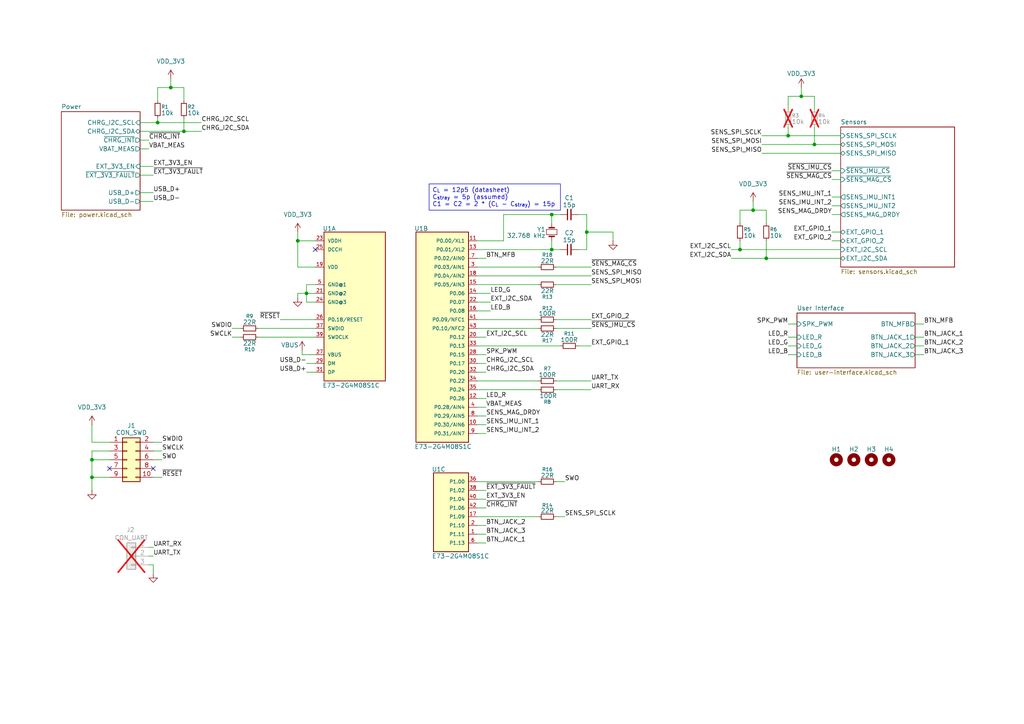
<source format=kicad_sch>
(kicad_sch (version 20250114) (generator "eeschema") (generator_version "9.0")
  (paper "A4")
  (title_block (title "theadmouse") (date "2025-07-22") (rev "A"))
  (lib_symbols
    (symbol "Connector_Generic:Conn_01x03" (pin_names (offset 1.016) (hide yes))
      (property "Reference" "J" (at 0 5.08 0))
      (property "Value" "Conn_01x03" (at 0 -5.08 0))
      (symbol "Conn_01x03_1_1"
        (rectangle (start -1.27 3.81) (end 1.27 -3.81) (stroke (width 0.254)) (fill (type background)))
        (rectangle (start -1.27 2.667) (end 0 2.413) (stroke (width 0.1524)))
        (rectangle (start -1.27 0.127) (end 0 -0.127) (stroke (width 0.1524)))
        (rectangle (start -1.27 -2.413) (end 0 -2.667) (stroke (width 0.1524)))
        (pin passive line (at -5.08 2.54 0) (length 3.81) (name "Pin_1") (number "1"))
        (pin passive line (at -5.08 0 0) (length 3.81) (name "Pin_2") (number "2"))
        (pin passive line (at -5.08 -2.54 0) (length 3.81) (name "Pin_3") (number "3"))
      )
    )
    (symbol "Connector_Generic:Conn_02x05_Odd_Even" (pin_names (offset 1.016) (hide yes))
      (property "Reference" "J" (at 1.27 7.62 0))
      (property "Value" "Conn_02x05_Odd_Even" (at 1.27 -7.62 0))
      (symbol "Conn_02x05_Odd_Even_1_1"
        (rectangle (start -1.27 6.35) (end 3.81 -6.35) (stroke (width 0.254)) (fill (type background)))
        (rectangle (start -1.27 5.207) (end 0 4.953) (stroke (width 0.1524)))
        (rectangle (start -1.27 2.667) (end 0 2.413) (stroke (width 0.1524)))
        (rectangle (start -1.27 0.127) (end 0 -0.127) (stroke (width 0.1524)))
        (rectangle (start -1.27 -2.413) (end 0 -2.667) (stroke (width 0.1524)))
        (rectangle (start -1.27 -4.953) (end 0 -5.207) (stroke (width 0.1524)))
        (rectangle (start 3.81 5.207) (end 2.54 4.953) (stroke (width 0.1524)))
        (rectangle (start 3.81 2.667) (end 2.54 2.413) (stroke (width 0.1524)))
        (rectangle (start 3.81 0.127) (end 2.54 -0.127) (stroke (width 0.1524)))
        (rectangle (start 3.81 -2.413) (end 2.54 -2.667) (stroke (width 0.1524)))
        (rectangle (start 3.81 -4.953) (end 2.54 -5.207) (stroke (width 0.1524)))
        (pin passive line (at -5.08 5.08 0) (length 3.81) (name "Pin_1") (number "1"))
        (pin passive line (at -5.08 2.54 0) (length 3.81) (name "Pin_3") (number "3"))
        (pin passive line (at -5.08 0 0) (length 3.81) (name "Pin_5") (number "5"))
        (pin passive line (at -5.08 -2.54 0) (length 3.81) (name "Pin_7") (number "7"))
        (pin passive line (at -5.08 -5.08 0) (length 3.81) (name "Pin_9") (number "9"))
        (pin passive line (at 7.62 5.08 180) (length 3.81) (name "Pin_2") (number "2"))
        (pin passive line (at 7.62 2.54 180) (length 3.81) (name "Pin_4") (number "4"))
        (pin passive line (at 7.62 0 180) (length 3.81) (name "Pin_6") (number "6"))
        (pin passive line (at 7.62 -2.54 180) (length 3.81) (name "Pin_8") (number "8"))
        (pin passive line (at 7.62 -5.08 180) (length 3.81) (name "Pin_10") (number "10"))
      )
    )
    (symbol "Device:C_Small" (pin_numbers (hide yes)) (pin_names (offset 0.254) (hide yes))
      (property "Reference" "C" (at 0.254 1.778 0))
      (property "Value" "C_Small" (at 0.254 -2.032 0))
      (symbol "C_Small_0_1"
        (polyline (pts (xy -1.524 0.508) (xy 1.524 0.508)) (stroke (width 0.3048)))
        (polyline (pts (xy -1.524 -0.508) (xy 1.524 -0.508)) (stroke (width 0.3302)))
      )
      (symbol "C_Small_1_1"
        (pin passive line (at 0 2.54 270) (length 2.032) (name "~") (number "1"))
        (pin passive line (at 0 -2.54 90) (length 2.032) (name "~") (number "2"))
      )
    )
    (symbol "Device:Crystal_Small" (pin_numbers (hide yes)) (pin_names (offset 1.016) (hide yes))
      (property "Reference" "Y" (at 0 2.54 0))
      (property "Value" "Crystal_Small" (at 0 -2.54 0))
      (symbol "Crystal_Small_0_1"
        (polyline (pts (xy -1.27 -0.762) (xy -1.27 0.762)) (stroke (width 0.381)))
        (rectangle (start -0.762 -1.524) (end 0.762 1.524))
        (polyline (pts (xy 1.27 -0.762) (xy 1.27 0.762)) (stroke (width 0.381)))
      )
      (symbol "Crystal_Small_1_1"
        (pin passive line (at -2.54 0 0) (length 1.27) (name "1") (number "1"))
        (pin passive line (at 2.54 0 180) (length 1.27) (name "2") (number "2"))
      )
    )
    (symbol "Device:R_Small" (pin_numbers (hide yes)) (pin_names (offset 0.254) (hide yes))
      (property "Reference" "R" (at 0 0 90))
      (property "Value" "R_Small" (at 1.778 0 90))
      (symbol "R_Small_0_1"
        (rectangle (start -0.762 1.778) (end 0.762 -1.778) (stroke (width 0.2032)))
      )
      (symbol "R_Small_1_1"
        (pin passive line (at 0 2.54 270) (length 0.762) (name "~") (number "1"))
        (pin passive line (at 0 -2.54 90) (length 0.762) (name "~") (number "2"))
      )
    )
    (symbol "E73-2G4M08S1C_1" (pin_names (offset 1.016))
      (property "Reference" "U" (at 0 31.496 0))
      (property "Value" "E73-2G4M08S1C" (at 0 -31.75 0))
      (symbol "E73-2G4M08S1C_1_1_0"
        (rectangle (start -15.24 20.32) (end 2.54 -22.86) (stroke (width 0.254)) (fill (type background)))
        (pin power_in line (at -17.78 17.78 0) (length 2.54) (name "VDDH") (number "23"))
        (pin bidirectional line (at -17.78 15.24 0) (length 2.54) (name "DCCH") (number "25"))
        (pin power_in line (at -17.78 10.16 0) (length 2.54) (name "VDD") (number "19"))
        (pin power_in line (at -17.78 5.08 0) (length 2.54) (name "GND@1") (number "5"))
        (pin power_in line (at -17.78 2.54 0) (length 2.54) (name "GND@2") (number "21"))
        (pin power_in line (at -17.78 0 0) (length 2.54) (name "GND@3") (number "24"))
        (pin bidirectional line (at -17.78 -5.08 0) (length 2.54) (name "P0.18/RESET") (number "26"))
        (pin bidirectional line (at -17.78 -7.62 0) (length 2.54) (name "SWDIO") (number "37"))
        (pin bidirectional line (at -17.78 -10.16 0) (length 2.54) (name "SWDCLK") (number "39"))
        (pin power_in line (at -17.78 -15.24 0) (length 2.54) (name "VBUS") (number "27"))
        (pin bidirectional line (at -17.78 -17.78 0) (length 2.54) (name "DM") (number "29"))
        (pin bidirectional line (at -17.78 -20.32 0) (length 2.54) (name "DP") (number "31"))
      )
      (symbol "E73-2G4M08S1C_1_2_0"
        (rectangle (start -5.08 -30.48) (end 10.16 30.48) (stroke (width 0.254)) (fill (type background)))
        (pin bidirectional line (at 12.7 27.94 180) (length 2.54) (name "P0.00/XL1") (number "11"))
        (pin bidirectional line (at 12.7 25.4 180) (length 2.54) (name "P0.01/XL2") (number "13"))
        (pin bidirectional line (at 12.7 22.86 180) (length 2.54) (name "P0.02/AIN0") (number "7"))
        (pin bidirectional line (at 12.7 20.32 180) (length 2.54) (name "P0.03/AIN1") (number "3"))
        (pin bidirectional line (at 12.7 17.78 180) (length 2.54) (name "P0.04/AIN2") (number "18"))
        (pin bidirectional line (at 12.7 15.24 180) (length 2.54) (name "P0.05/AIN3") (number "15"))
        (pin bidirectional line (at 12.7 12.7 180) (length 2.54) (name "P0.06") (number "14"))
        (pin bidirectional line (at 12.7 10.16 180) (length 2.54) (name "P0.07") (number "22"))
        (pin bidirectional line (at 12.7 7.62 180) (length 2.54) (name "P0.08") (number "16"))
        (pin bidirectional line (at 12.7 5.08 180) (length 2.54) (name "P0.09/NFC1") (number "41"))
        (pin bidirectional line (at 12.7 2.54 180) (length 2.54) (name "P0.10/NFC2") (number "43"))
        (pin bidirectional line (at 12.7 0 180) (length 2.54) (name "P0.12") (number "20"))
        (pin bidirectional line (at 12.7 -2.54 180) (length 2.54) (name "P0.13") (number "33"))
        (pin bidirectional line (at 12.7 -5.08 180) (length 2.54) (name "P0.15") (number "28"))
        (pin bidirectional line (at 12.7 -7.62 180) (length 2.54) (name "P0.17") (number "30"))
        (pin bidirectional line (at 12.7 -10.16 180) (length 2.54) (name "P0.20") (number "32"))
        (pin bidirectional line (at 12.7 -12.7 180) (length 2.54) (name "P0.22") (number "34"))
        (pin bidirectional line (at 12.7 -15.24 180) (length 2.54) (name "P0.24") (number "35"))
        (pin bidirectional line (at 12.7 -17.78 180) (length 2.54) (name "P0.26") (number "12"))
        (pin bidirectional line (at 12.7 -20.32 180) (length 2.54) (name "P0.28/AIN4") (number "4"))
        (pin bidirectional line (at 12.7 -22.86 180) (length 2.54) (name "P0.29/AIN5") (number "8"))
        (pin bidirectional line (at 12.7 -25.4 180) (length 2.54) (name "P0.30/AIN6") (number "10"))
        (pin bidirectional line (at 12.7 -27.94 180) (length 2.54) (name "P0.31/AIN7") (number "9"))
      )
      (symbol "E73-2G4M08S1C_1_3_0"
        (rectangle (start -2.54 -12.7) (end 7.62 10.16) (stroke (width 0.254)) (fill (type background)))
        (pin bidirectional line (at 10.16 7.62 180) (length 2.54) (name "P1.00") (number "36"))
        (pin bidirectional line (at 10.16 5.08 180) (length 2.54) (name "P1.02") (number "38"))
        (pin bidirectional line (at 10.16 2.54 180) (length 2.54) (name "P1.04") (number "40"))
        (pin bidirectional line (at 10.16 0 180) (length 2.54) (name "P1.06") (number "42"))
        (pin bidirectional line (at 10.16 -2.54 180) (length 2.54) (name "P1.09") (number "17"))
        (pin bidirectional line (at 10.16 -5.08 180) (length 2.54) (name "P1.10") (number "2"))
        (pin bidirectional line (at 10.16 -7.62 180) (length 2.54) (name "P1.11") (number "1"))
        (pin bidirectional line (at 10.16 -10.16 180) (length 2.54) (name "P1.13") (number "6"))
      )
    )
    (symbol "E73-2G4M08S1C_2" (pin_names (offset 1.016))
      (property "Reference" "U" (at 0 31.496 0))
      (property "Value" "E73-2G4M08S1C" (at 0 -31.75 0))
      (symbol "E73-2G4M08S1C_2_1_0"
        (rectangle (start -15.24 20.32) (end 2.54 -22.86) (stroke (width 0.254)) (fill (type background)))
        (pin power_in line (at -17.78 17.78 0) (length 2.54) (name "VDDH") (number "23"))
        (pin bidirectional line (at -17.78 15.24 0) (length 2.54) (name "DCCH") (number "25"))
        (pin power_in line (at -17.78 10.16 0) (length 2.54) (name "VDD") (number "19"))
        (pin power_in line (at -17.78 5.08 0) (length 2.54) (name "GND@1") (number "5"))
        (pin power_in line (at -17.78 2.54 0) (length 2.54) (name "GND@2") (number "21"))
        (pin power_in line (at -17.78 0 0) (length 2.54) (name "GND@3") (number "24"))
        (pin bidirectional line (at -17.78 -5.08 0) (length 2.54) (name "P0.18/RESET") (number "26"))
        (pin bidirectional line (at -17.78 -7.62 0) (length 2.54) (name "SWDIO") (number "37"))
        (pin bidirectional line (at -17.78 -10.16 0) (length 2.54) (name "SWDCLK") (number "39"))
        (pin power_in line (at -17.78 -15.24 0) (length 2.54) (name "VBUS") (number "27"))
        (pin bidirectional line (at -17.78 -17.78 0) (length 2.54) (name "DM") (number "29"))
        (pin bidirectional line (at -17.78 -20.32 0) (length 2.54) (name "DP") (number "31"))
      )
      (symbol "E73-2G4M08S1C_2_2_0"
        (rectangle (start -5.08 -30.48) (end 10.16 30.48) (stroke (width 0.254)) (fill (type background)))
        (pin bidirectional line (at 12.7 27.94 180) (length 2.54) (name "P0.00/XL1") (number "11"))
        (pin bidirectional line (at 12.7 25.4 180) (length 2.54) (name "P0.01/XL2") (number "13"))
        (pin bidirectional line (at 12.7 22.86 180) (length 2.54) (name "P0.02/AIN0") (number "7"))
        (pin bidirectional line (at 12.7 20.32 180) (length 2.54) (name "P0.03/AIN1") (number "3"))
        (pin bidirectional line (at 12.7 17.78 180) (length 2.54) (name "P0.04/AIN2") (number "18"))
        (pin bidirectional line (at 12.7 15.24 180) (length 2.54) (name "P0.05/AIN3") (number "15"))
        (pin bidirectional line (at 12.7 12.7 180) (length 2.54) (name "P0.06") (number "14"))
        (pin bidirectional line (at 12.7 10.16 180) (length 2.54) (name "P0.07") (number "22"))
        (pin bidirectional line (at 12.7 7.62 180) (length 2.54) (name "P0.08") (number "16"))
        (pin bidirectional line (at 12.7 5.08 180) (length 2.54) (name "P0.09/NFC1") (number "41"))
        (pin bidirectional line (at 12.7 2.54 180) (length 2.54) (name "P0.10/NFC2") (number "43"))
        (pin bidirectional line (at 12.7 0 180) (length 2.54) (name "P0.12") (number "20"))
        (pin bidirectional line (at 12.7 -2.54 180) (length 2.54) (name "P0.13") (number "33"))
        (pin bidirectional line (at 12.7 -5.08 180) (length 2.54) (name "P0.15") (number "28"))
        (pin bidirectional line (at 12.7 -7.62 180) (length 2.54) (name "P0.17") (number "30"))
        (pin bidirectional line (at 12.7 -10.16 180) (length 2.54) (name "P0.20") (number "32"))
        (pin bidirectional line (at 12.7 -12.7 180) (length 2.54) (name "P0.22") (number "34"))
        (pin bidirectional line (at 12.7 -15.24 180) (length 2.54) (name "P0.24") (number "35"))
        (pin bidirectional line (at 12.7 -17.78 180) (length 2.54) (name "P0.26") (number "12"))
        (pin bidirectional line (at 12.7 -20.32 180) (length 2.54) (name "P0.28/AIN4") (number "4"))
        (pin bidirectional line (at 12.7 -22.86 180) (length 2.54) (name "P0.29/AIN5") (number "8"))
        (pin bidirectional line (at 12.7 -25.4 180) (length 2.54) (name "P0.30/AIN6") (number "10"))
        (pin bidirectional line (at 12.7 -27.94 180) (length 2.54) (name "P0.31/AIN7") (number "9"))
      )
      (symbol "E73-2G4M08S1C_2_3_0"
        (rectangle (start -2.54 -12.7) (end 7.62 10.16) (stroke (width 0.254)) (fill (type background)))
        (pin bidirectional line (at 10.16 7.62 180) (length 2.54) (name "P1.00") (number "36"))
        (pin bidirectional line (at 10.16 5.08 180) (length 2.54) (name "P1.02") (number "38"))
        (pin bidirectional line (at 10.16 2.54 180) (length 2.54) (name "P1.04") (number "40"))
        (pin bidirectional line (at 10.16 0 180) (length 2.54) (name "P1.06") (number "42"))
        (pin bidirectional line (at 10.16 -2.54 180) (length 2.54) (name "P1.09") (number "17"))
        (pin bidirectional line (at 10.16 -5.08 180) (length 2.54) (name "P1.10") (number "2"))
        (pin bidirectional line (at 10.16 -7.62 180) (length 2.54) (name "P1.11") (number "1"))
        (pin bidirectional line (at 10.16 -10.16 180) (length 2.54) (name "P1.13") (number "6"))
      )
    )
    (symbol "Mechanical:MountingHole" (pin_names (offset 1.016)) (in_bom no)
      (property "Reference" "H" (at 0 5.08 0))
      (property "Value" "MountingHole" (at 0 3.175 0))
      (symbol "MountingHole_0_1"
        (circle (center 0 0) (radius 1.27) (stroke (width 1.27)))
      )
    )
    (symbol "power:GND" (power) (pin_numbers (hide yes)) (pin_names (offset 0) (hide yes))
      (property "Value" "GND" (at 0 -3.81 0))
      (symbol "GND_0_1"
        (polyline (pts (xy 0 0) (xy 0 -1.27) (xy 1.27 -1.27) (xy 0 -2.54) (xy -1.27 -1.27) (xy 0 -1.27)))
      )
      (symbol "GND_1_1"
        (pin power_in line (at 0 0 270) (length 0) (name "~") (number "1"))
      )
    )
    (symbol "power:VDD" (power) (pin_numbers (hide yes)) (pin_names (offset 0) (hide yes))
      (property "Value" "VDD" (at 0 3.556 0))
      (symbol "VDD_0_1"
        (polyline (pts (xy -0.762 1.27) (xy 0 2.54)))
        (polyline (pts (xy 0 2.54) (xy 0.762 1.27)))
        (polyline (pts (xy 0 0) (xy 0 2.54)))
      )
      (symbol "VDD_1_1"
        (pin power_in line (at 0 0 90) (length 0) (name "~") (number "1"))
      )
    )
    (symbol "theadmouse:E73-2G4M08S1C" (pin_names (offset 1.016))
      (property "Reference" "U" (at 0 31.496 0))
      (property "Value" "E73-2G4M08S1C" (at 0 -31.75 0))
      (symbol "E73-2G4M08S1C_1_0"
        (rectangle (start -15.24 20.32) (end 2.54 -22.86) (stroke (width 0.254)) (fill (type background)))
        (pin power_in line (at -17.78 17.78 0) (length 2.54) (name "VDDH") (number "23"))
        (pin bidirectional line (at -17.78 15.24 0) (length 2.54) (name "DCCH") (number "25"))
        (pin power_in line (at -17.78 10.16 0) (length 2.54) (name "VDD") (number "19"))
        (pin power_in line (at -17.78 5.08 0) (length 2.54) (name "GND@1") (number "5"))
        (pin power_in line (at -17.78 2.54 0) (length 2.54) (name "GND@2") (number "21"))
        (pin power_in line (at -17.78 0 0) (length 2.54) (name "GND@3") (number "24"))
        (pin bidirectional line (at -17.78 -5.08 0) (length 2.54) (name "P0.18/RESET") (number "26"))
        (pin bidirectional line (at -17.78 -7.62 0) (length 2.54) (name "SWDIO") (number "37"))
        (pin bidirectional line (at -17.78 -10.16 0) (length 2.54) (name "SWDCLK") (number "39"))
        (pin power_in line (at -17.78 -15.24 0) (length 2.54) (name "VBUS") (number "27"))
        (pin bidirectional line (at -17.78 -17.78 0) (length 2.54) (name "DM") (number "29"))
        (pin bidirectional line (at -17.78 -20.32 0) (length 2.54) (name "DP") (number "31"))
      )
      (symbol "E73-2G4M08S1C_2_0"
        (rectangle (start -5.08 -30.48) (end 10.16 30.48) (stroke (width 0.254)) (fill (type background)))
        (pin bidirectional line (at 12.7 27.94 180) (length 2.54) (name "P0.00/XL1") (number "11"))
        (pin bidirectional line (at 12.7 25.4 180) (length 2.54) (name "P0.01/XL2") (number "13"))
        (pin bidirectional line (at 12.7 22.86 180) (length 2.54) (name "P0.02/AIN0") (number "7"))
        (pin bidirectional line (at 12.7 20.32 180) (length 2.54) (name "P0.03/AIN1") (number "3"))
        (pin bidirectional line (at 12.7 17.78 180) (length 2.54) (name "P0.04/AIN2") (number "18"))
        (pin bidirectional line (at 12.7 15.24 180) (length 2.54) (name "P0.05/AIN3") (number "15"))
        (pin bidirectional line (at 12.7 12.7 180) (length 2.54) (name "P0.06") (number "14"))
        (pin bidirectional line (at 12.7 10.16 180) (length 2.54) (name "P0.07") (number "22"))
        (pin bidirectional line (at 12.7 7.62 180) (length 2.54) (name "P0.08") (number "16"))
        (pin bidirectional line (at 12.7 5.08 180) (length 2.54) (name "P0.09/NFC1") (number "41"))
        (pin bidirectional line (at 12.7 2.54 180) (length 2.54) (name "P0.10/NFC2") (number "43"))
        (pin bidirectional line (at 12.7 0 180) (length 2.54) (name "P0.12") (number "20"))
        (pin bidirectional line (at 12.7 -2.54 180) (length 2.54) (name "P0.13") (number "33"))
        (pin bidirectional line (at 12.7 -5.08 180) (length 2.54) (name "P0.15") (number "28"))
        (pin bidirectional line (at 12.7 -7.62 180) (length 2.54) (name "P0.17") (number "30"))
        (pin bidirectional line (at 12.7 -10.16 180) (length 2.54) (name "P0.20") (number "32"))
        (pin bidirectional line (at 12.7 -12.7 180) (length 2.54) (name "P0.22") (number "34"))
        (pin bidirectional line (at 12.7 -15.24 180) (length 2.54) (name "P0.24") (number "35"))
        (pin bidirectional line (at 12.7 -17.78 180) (length 2.54) (name "P0.26") (number "12"))
        (pin bidirectional line (at 12.7 -20.32 180) (length 2.54) (name "P0.28/AIN4") (number "4"))
        (pin bidirectional line (at 12.7 -22.86 180) (length 2.54) (name "P0.29/AIN5") (number "8"))
        (pin bidirectional line (at 12.7 -25.4 180) (length 2.54) (name "P0.30/AIN6") (number "10"))
        (pin bidirectional line (at 12.7 -27.94 180) (length 2.54) (name "P0.31/AIN7") (number "9"))
      )
      (symbol "E73-2G4M08S1C_3_0"
        (rectangle (start -2.54 -12.7) (end 7.62 10.16) (stroke (width 0.254)) (fill (type background)))
        (pin bidirectional line (at 10.16 7.62 180) (length 2.54) (name "P1.00") (number "36"))
        (pin bidirectional line (at 10.16 5.08 180) (length 2.54) (name "P1.02") (number "38"))
        (pin bidirectional line (at 10.16 2.54 180) (length 2.54) (name "P1.04") (number "40"))
        (pin bidirectional line (at 10.16 0 180) (length 2.54) (name "P1.06") (number "42"))
        (pin bidirectional line (at 10.16 -2.54 180) (length 2.54) (name "P1.09") (number "17"))
        (pin bidirectional line (at 10.16 -5.08 180) (length 2.54) (name "P1.10") (number "2"))
        (pin bidirectional line (at 10.16 -7.62 180) (length 2.54) (name "P1.11") (number "1"))
        (pin bidirectional line (at 10.16 -10.16 180) (length 2.54) (name "P1.13") (number "6"))
      )
    )
  )
  (text_box "C_{L} = 12p5 (datasheet)\nC_{stray} = 5p (assumed)\nC1 = C2 = 2 * (C_{L} - C_{stray}) = 15p" (at 124.46 53.34 0) (size 38.1 7.62) (margins 0.9525 0.9525 0.9525 0.9525) (effects (font (size 1.27 1.27)) (justify left top)))
  (junction (at 45.72 35.56))
  (junction (at 236.22 41.91))
  (junction (at 160.02 72.39))
  (junction (at 160.02 62.23))
  (junction (at 86.36 69.85))
  (junction (at 49.53 25.4))
  (junction (at 232.41 27.94))
  (junction (at 53.34 38.1))
  (junction (at 214.63 72.39))
  (junction (at 222.25 74.93))
  (junction (at 26.67 138.43))
  (junction (at 228.6 39.37))
  (junction (at 88.9 85.09))
  (junction (at 218.44 60.96))
  (junction (at 170.18 67.31))
  (junction (at 26.67 133.35))
  (no_connect (at 44.45 135.89))
  (no_connect (at 91.44 72.39))
  (no_connect (at 31.75 135.89))
  (wire (pts (xy 49.53 25.4) (xy 53.34 25.4)))
  (wire (pts (xy 228.6 27.94) (xy 228.6 31.75)))
  (wire (pts (xy 241.3 62.23) (xy 243.84 62.23)))
  (wire (pts (xy 161.29 110.49) (xy 171.45 110.49)))
  (wire (pts (xy 161.29 95.25) (xy 171.45 95.25)))
  (wire (pts (xy 220.98 41.91) (xy 236.22 41.91)))
  (wire (pts (xy 44.45 138.43) (xy 46.99 138.43)))
  (wire (pts (xy 26.67 138.43) (xy 31.75 138.43)))
  (wire (pts (xy 26.67 128.27) (xy 31.75 128.27)))
  (wire (pts (xy 26.67 133.35) (xy 31.75 133.35)))
  (wire (pts (xy 86.36 69.85) (xy 91.44 69.85)))
  (wire (pts (xy 167.64 72.39) (xy 170.18 72.39)))
  (wire (pts (xy 160.02 62.23) (xy 160.02 64.77)))
  (wire (pts (xy 45.72 35.56) (xy 58.42 35.56)))
  (wire (pts (xy 53.34 38.1) (xy 58.42 38.1)))
  (wire (pts (xy 214.63 69.85) (xy 214.63 72.39)))
  (wire (pts (xy 138.43 113.03) (xy 156.21 113.03)))
  (wire (pts (xy 138.43 90.17) (xy 142.24 90.17)))
  (wire (pts (xy 67.31 95.25) (xy 69.85 95.25)))
  (wire (pts (xy 40.64 58.42) (xy 44.45 58.42)))
  (wire (pts (xy 88.9 87.63) (xy 91.44 87.63)))
  (wire (pts (xy 241.3 59.69) (xy 243.84 59.69)))
  (wire (pts (xy 167.64 100.33) (xy 171.45 100.33)))
  (wire (pts (xy 81.28 92.71) (xy 91.44 92.71)))
  (wire (pts (xy 228.6 39.37) (xy 243.84 39.37)))
  (wire (pts (xy 138.43 115.57) (xy 140.97 115.57)))
  (wire (pts (xy 138.43 147.32) (xy 140.97 147.32)))
  (wire (pts (xy 265.43 93.98) (xy 267.97 93.98)))
  (wire (pts (xy 161.29 149.86) (xy 163.83 149.86)))
  (wire (pts (xy 26.67 133.35) (xy 26.67 138.43)))
  (wire (pts (xy 218.44 58.42) (xy 218.44 60.96)))
  (wire (pts (xy 162.56 62.23) (xy 160.02 62.23)))
  (wire (pts (xy 31.75 130.81) (xy 26.67 130.81)))
  (wire (pts (xy 86.36 67.31) (xy 86.36 69.85)))
  (wire (pts (xy 86.36 77.47) (xy 86.36 69.85)))
  (wire (pts (xy 138.43 100.33) (xy 162.56 100.33)))
  (wire (pts (xy 212.09 74.93) (xy 222.25 74.93)))
  (wire (pts (xy 138.43 152.4) (xy 140.97 152.4)))
  (wire (pts (xy 88.9 105.41) (xy 91.44 105.41)))
  (wire (pts (xy 26.67 138.43) (xy 26.67 142.24)))
  (wire (pts (xy 220.98 44.45) (xy 243.84 44.45)))
  (wire (pts (xy 265.43 97.79) (xy 267.97 97.79)))
  (wire (pts (xy 138.43 74.93) (xy 140.97 74.93)))
  (wire (pts (xy 161.29 113.03) (xy 171.45 113.03)))
  (wire (pts (xy 160.02 72.39) (xy 162.56 72.39)))
  (wire (pts (xy 167.64 62.23) (xy 170.18 62.23)))
  (wire (pts (xy 91.44 102.87) (xy 87.63 102.87)))
  (wire (pts (xy 44.45 163.83) (xy 44.45 166.37)))
  (wire (pts (xy 161.29 82.55) (xy 171.45 82.55)))
  (wire (pts (xy 228.6 100.33) (xy 231.14 100.33)))
  (wire (pts (xy 170.18 62.23) (xy 170.18 67.31)))
  (wire (pts (xy 138.43 125.73) (xy 140.97 125.73)))
  (wire (pts (xy 44.45 130.81) (xy 46.99 130.81)))
  (wire (pts (xy 232.41 27.94) (xy 236.22 27.94)))
  (wire (pts (xy 138.43 97.79) (xy 140.97 97.79)))
  (wire (pts (xy 140.97 123.19) (xy 138.43 123.19)))
  (wire (pts (xy 26.67 123.19) (xy 26.67 128.27)))
  (wire (pts (xy 45.72 25.4) (xy 45.72 29.21)))
  (wire (pts (xy 44.45 128.27) (xy 46.99 128.27)))
  (wire (pts (xy 218.44 60.96) (xy 222.25 60.96)))
  (wire (pts (xy 146.05 69.85) (xy 146.05 62.23)))
  (wire (pts (xy 228.6 93.98) (xy 231.14 93.98)))
  (wire (pts (xy 214.63 60.96) (xy 218.44 60.96)))
  (wire (pts (xy 228.6 97.79) (xy 231.14 97.79)))
  (wire (pts (xy 160.02 69.85) (xy 160.02 72.39)))
  (wire (pts (xy 138.43 139.7) (xy 156.21 139.7)))
  (wire (pts (xy 177.8 67.31) (xy 177.8 69.85)))
  (wire (pts (xy 138.43 69.85) (xy 146.05 69.85)))
  (wire (pts (xy 74.93 95.25) (xy 91.44 95.25)))
  (wire (pts (xy 236.22 36.83) (xy 236.22 41.91)))
  (wire (pts (xy 138.43 110.49) (xy 156.21 110.49)))
  (wire (pts (xy 228.6 27.94) (xy 232.41 27.94)))
  (wire (pts (xy 43.18 161.29) (xy 44.45 161.29)))
  (wire (pts (xy 241.3 69.85) (xy 243.84 69.85)))
  (wire (pts (xy 86.36 85.09) (xy 88.9 85.09)))
  (wire (pts (xy 86.36 86.36) (xy 86.36 85.09)))
  (wire (pts (xy 43.18 158.75) (xy 44.45 158.75)))
  (wire (pts (xy 138.43 142.24) (xy 140.97 142.24)))
  (wire (pts (xy 214.63 60.96) (xy 214.63 64.77)))
  (wire (pts (xy 265.43 102.87) (xy 267.97 102.87)))
  (wire (pts (xy 138.43 95.25) (xy 156.21 95.25)))
  (wire (pts (xy 138.43 118.11) (xy 140.97 118.11)))
  (wire (pts (xy 138.43 87.63) (xy 142.24 87.63)))
  (wire (pts (xy 74.93 97.79) (xy 91.44 97.79)))
  (wire (pts (xy 26.67 130.81) (xy 26.67 133.35)))
  (wire (pts (xy 53.34 34.29) (xy 53.34 38.1)))
  (wire (pts (xy 88.9 87.63) (xy 88.9 85.09)))
  (wire (pts (xy 138.43 80.01) (xy 171.45 80.01)))
  (wire (pts (xy 222.25 74.93) (xy 243.84 74.93)))
  (wire (pts (xy 171.45 77.47) (xy 161.29 77.47)))
  (wire (pts (xy 138.43 154.94) (xy 140.97 154.94)))
  (wire (pts (xy 241.3 57.15) (xy 243.84 57.15)))
  (wire (pts (xy 265.43 100.33) (xy 267.97 100.33)))
  (wire (pts (xy 146.05 62.23) (xy 160.02 62.23)))
  (wire (pts (xy 40.64 55.88) (xy 44.45 55.88)))
  (wire (pts (xy 138.43 105.41) (xy 140.97 105.41)))
  (wire (pts (xy 220.98 39.37) (xy 228.6 39.37)))
  (wire (pts (xy 138.43 85.09) (xy 142.24 85.09)))
  (wire (pts (xy 161.29 139.7) (xy 163.83 139.7)))
  (wire (pts (xy 236.22 27.94) (xy 236.22 31.75)))
  (wire (pts (xy 138.43 149.86) (xy 156.21 149.86)))
  (wire (pts (xy 138.43 82.55) (xy 156.21 82.55)))
  (wire (pts (xy 43.18 163.83) (xy 44.45 163.83)))
  (wire (pts (xy 228.6 102.87) (xy 231.14 102.87)))
  (wire (pts (xy 138.43 92.71) (xy 156.21 92.71)))
  (wire (pts (xy 40.64 40.64) (xy 43.18 40.64)))
  (wire (pts (xy 91.44 77.47) (xy 86.36 77.47)))
  (wire (pts (xy 40.64 35.56) (xy 45.72 35.56)))
  (wire (pts (xy 44.45 133.35) (xy 46.99 133.35)))
  (wire (pts (xy 140.97 157.48) (xy 138.43 157.48)))
  (wire (pts (xy 228.6 36.83) (xy 228.6 39.37)))
  (wire (pts (xy 49.53 22.86) (xy 49.53 25.4)))
  (wire (pts (xy 241.3 67.31) (xy 243.84 67.31)))
  (wire (pts (xy 222.25 69.85) (xy 222.25 74.93)))
  (wire (pts (xy 236.22 41.91) (xy 243.84 41.91)))
  (wire (pts (xy 170.18 67.31) (xy 170.18 72.39)))
  (wire (pts (xy 40.64 43.18) (xy 43.18 43.18)))
  (wire (pts (xy 138.43 107.95) (xy 140.97 107.95)))
  (wire (pts (xy 40.64 50.8) (xy 44.45 50.8)))
  (wire (pts (xy 88.9 107.95) (xy 91.44 107.95)))
  (wire (pts (xy 53.34 25.4) (xy 53.34 29.21)))
  (wire (pts (xy 138.43 72.39) (xy 160.02 72.39)))
  (wire (pts (xy 232.41 25.4) (xy 232.41 27.94)))
  (wire (pts (xy 40.64 38.1) (xy 53.34 38.1)))
  (wire (pts (xy 138.43 144.78) (xy 140.97 144.78)))
  (wire (pts (xy 87.63 102.87) (xy 87.63 101.6)))
  (wire (pts (xy 241.3 52.07) (xy 243.84 52.07)))
  (wire (pts (xy 88.9 82.55) (xy 88.9 85.09)))
  (wire (pts (xy 45.72 34.29) (xy 45.72 35.56)))
  (wire (pts (xy 40.64 48.26) (xy 44.45 48.26)))
  (wire (pts (xy 88.9 82.55) (xy 91.44 82.55)))
  (wire (pts (xy 45.72 25.4) (xy 49.53 25.4)))
  (wire (pts (xy 138.43 102.87) (xy 140.97 102.87)))
  (wire (pts (xy 170.18 67.31) (xy 177.8 67.31)))
  (wire (pts (xy 241.3 49.53) (xy 243.84 49.53)))
  (wire (pts (xy 212.09 72.39) (xy 214.63 72.39)))
  (wire (pts (xy 67.31 97.79) (xy 69.85 97.79)))
  (wire (pts (xy 88.9 85.09) (xy 91.44 85.09)))
  (wire (pts (xy 214.63 72.39) (xy 243.84 72.39)))
  (wire (pts (xy 222.25 60.96) (xy 222.25 64.77)))
  (wire (pts (xy 156.21 77.47) (xy 138.43 77.47)))
  (wire (pts (xy 140.97 120.65) (xy 138.43 120.65)))
  (wire (pts (xy 161.29 92.71) (xy 171.45 92.71)))
  (label "USB_D+" (at 44.45 55.88 0))
  (label "SWCLK" (at 46.99 130.81 0))
  (label "SENS_IMU_INT_1" (at 241.3 57.15 180))
  (label "LED_B" (at 228.6 102.87 180))
  (label "UART_TX" (at 44.45 161.29 0))
  (label "EXT_GPIO_1" (at 171.45 100.33 0))
  (label "LED_B" (at 142.24 90.17 0))
  (label "SWCLK" (at 67.31 97.79 180))
  (label "~{SENS_IMU_CS}" (at 171.45 95.25 0))
  (label "SENS_MAG_DRDY" (at 140.97 120.65 0))
  (label "UART_RX" (at 171.45 113.03 0))
  (label "SWO" (at 163.83 139.7 0))
  (label "~{CHRG_INT}" (at 43.18 40.64 0))
  (label "LED_G" (at 228.6 100.33 180))
  (label "EXT_I2C_SCL" (at 212.09 72.39 180))
  (label "SENS_SPI_SCLK" (at 163.83 149.86 0))
  (label "SWDIO" (at 46.99 128.27 0))
  (label "BTN_JACK_2" (at 140.97 152.4 0))
  (label "SENS_IMU_INT_1" (at 140.97 123.19 0))
  (label "~{RESET}" (at 46.99 138.43 0))
  (label "CHRG_I2C_SDA" (at 140.97 107.95 0))
  (label "LED_R" (at 228.6 97.79 180))
  (label "BTN_JACK_1" (at 267.97 97.79 0))
  (label "SENS_SPI_MISO" (at 220.98 44.45 180))
  (label "EXT_I2C_SDA" (at 212.09 74.93 180))
  (label "USB_D+" (at 88.9 107.95 180))
  (label "SENS_MAG_DRDY" (at 241.3 62.23 180))
  (label "BTN_JACK_3" (at 267.97 102.87 0))
  (label "EXT_I2C_SDA" (at 142.24 87.63 0))
  (label "EXT_3V3_EN" (at 140.97 144.78 0))
  (label "LED_R" (at 140.97 115.57 0))
  (label "SPK_PWM" (at 228.6 93.98 180))
  (label "~{RESET}" (at 81.28 92.71 180))
  (label "VBAT_MEAS" (at 140.97 118.11 0))
  (label "SENS_SPI_SCLK" (at 220.98 39.37 180))
  (label "SENS_SPI_MISO" (at 171.45 80.01 0))
  (label "~{SENS_IMU_CS}" (at 241.3 49.53 180))
  (label "EXT_GPIO_1" (at 241.3 67.31 180))
  (label "CHRG_I2C_SDA" (at 58.42 38.1 0))
  (label "SWDIO" (at 67.31 95.25 180))
  (label "BTN_JACK_1" (at 140.97 157.48 0))
  (label "VBAT_MEAS" (at 43.18 43.18 0))
  (label "BTN_MFB" (at 267.97 93.98 0))
  (label "BTN_MFB" (at 140.97 74.93 0))
  (label "BTN_JACK_2" (at 267.97 100.33 0))
  (label "SPK_PWM" (at 140.97 102.87 0))
  (label "USB_D-" (at 44.45 58.42 0))
  (label "USB_D-" (at 88.9 105.41 180))
  (label "CHRG_I2C_SCL" (at 140.97 105.41 0))
  (label "~{EXT_3V3_FAULT}" (at 140.97 142.24 0))
  (label "SENS_IMU_INT_2" (at 140.97 125.73 0))
  (label "~{SENS_MAG_CS}" (at 241.3 52.07 180))
  (label "SENS_SPI_MOSI" (at 171.45 82.55 0))
  (label "BTN_JACK_3" (at 140.97 154.94 0))
  (label "EXT_GPIO_2" (at 241.3 69.85 180))
  (label "EXT_GPIO_2" (at 171.45 92.71 0))
  (label "UART_RX" (at 44.45 158.75 0))
  (label "SENS_IMU_INT_2" (at 241.3 59.69 180))
  (label "~{CHRG_INT}" (at 140.97 147.32 0))
  (label "~{SENS_MAG_CS}" (at 171.45 77.47 0))
  (label "EXT_I2C_SCL" (at 140.97 97.79 0))
  (label "LED_G" (at 142.24 85.09 0))
  (label "EXT_3V3_EN" (at 44.45 48.26 0))
  (label "SWO" (at 46.99 133.35 0))
  (label "SENS_SPI_MOSI" (at 220.98 41.91 180))
  (label "~{EXT_3V3_FAULT}" (at 44.45 50.8 0))
  (label "CHRG_I2C_SCL" (at 58.42 35.56 0))
  (label "UART_TX" (at 171.45 110.49 0))
  (symbol (lib_id "power:GND") (at 177.8 69.85 0) (unit 1)
    (property "Reference" "#PWR05" (effects (hide yes)))
    (property "Value" "GND" (effects (hide yes)))
    (property "Description" "Power symbol creates a global label with name \"GND\" , ground" (effects (hide yes)))
  )
  (symbol (lib_name "E73-2G4M08S1C_1") (lib_id "theadmouse:E73-2G4M08S1C") (at 109.22 87.63 0) (unit 1)
    (property "Reference" "U1" (at 95.504 66.294 0))
    (property "Value" "E73-2G4M08S1C" (at 101.854 111.76 0))
    (property "Footprint" "theadmouse:Module_RF_Ebyte_E73-2G4M08S1C_Castellated" (effects (hide yes)))
    (property "Description" "nRF52840 2.4GHz SMD Wireless Module" (effects (hide yes)))
    (property "Manufacturer" "Chengdu Ebyte Elec Tech E73-2G4M08S1C" (effects (hide yes)))
    (property "MPN" "E73-2G4M08S1C" (effects (hide yes)))
    (property "LCSC Part #" "C356849" (effects (hide yes)))
    (property "FT Rotation Offset" "180" (effects (hide yes)))
    (property "FT Position Offset" "0,-1.990" (effects (hide yes)))
  )
  (symbol (lib_id "power:VDD") (at 87.63 101.6 0) (unit 1)
    (property "Reference" "#PWR07" (effects (hide yes)))
    (property "Value" "VBUS" (at 84.074 100.076 0))
    (property "Description" "Power symbol creates a global label with name \"VDD\"" (effects (hide yes)))
  )
  (symbol (lib_id "Device:R_Small") (at 45.72 31.75 0) (unit 1)
    (property "Reference" "R1" (at 46.736 30.988 0) (effects (font (size 1.016 1.016)) (justify left)))
    (property "Value" "10k" (at 46.736 32.766 0) (effects (justify left)))
    (property "Footprint" "Resistor_SMD:R_0603_1608Metric" (effects (hide yes)))
    (property "Description" "Resistor, small symbol" (effects (hide yes)))
  )
  (symbol (lib_id "Mechanical:MountingHole") (at 242.57 133.35 0) (unit 1) (in_bom no)
    (property "Reference" "H1" (at 242.57 130.302 0))
    (property "Value" "MountingHole" (effects (hide yes)))
    (property "Footprint" "MountingHole:MountingHole_2.2mm_M2_ISO7380" (effects (hide yes)))
    (property "Description" "Mounting Hole without connection" (effects (hide yes)))
  )
  (symbol (lib_id "Device:R_Small") (at 158.75 77.47 90) (unit 1)
    (property "Reference" "R18" (at 158.75 73.914 90) (effects (font (size 1.016 1.016))))
    (property "Value" "22R" (at 158.75 75.692 90))
    (property "Footprint" "Resistor_SMD:R_0603_1608Metric" (effects (hide yes)))
    (property "Description" "Resistor, small symbol" (effects (hide yes)))
  )
  (symbol (lib_id "power:VDD") (at 232.41 25.4 0) (unit 1)
    (property "Reference" "#PWR02" (effects (hide yes)))
    (property "Value" "VDD_3V3" (at 232.41 21.336 0))
    (property "Description" "Power symbol creates a global label with name \"VDD\"" (effects (hide yes)))
  )
  (symbol (lib_id "Connector_Generic:Conn_01x03") (at 38.1 161.29 0) (mirror y) (unit 1) (in_bom no) (dnp yes)
    (property "Reference" "J2" (at 37.846 153.67 0))
    (property "Value" "CON_UART" (at 38.1 155.956 0))
    (property "Footprint" "Connector_PinHeader_2.54mm:PinHeader_1x03_P2.54mm_Vertical" (effects (hide yes)))
    (property "Description" "Generic connector, single row, 01x03, script generated (kicad-library-utils/schlib/autogen/connector/)" (effects (hide yes)))
  )
  (symbol (lib_id "theadmouse:E73-2G4M08S1C") (at 128.27 147.32 0) (unit 3)
    (property "Reference" "U1" (at 127.254 136.144 0))
    (property "Value" "E73-2G4M08S1C" (at 133.604 161.29 0))
    (property "Footprint" "theadmouse:Module_RF_Ebyte_E73-2G4M08S1C_Castellated" (effects (hide yes)))
    (property "Description" "nRF52840 2.4GHz SMD Wireless Module" (effects (hide yes)))
    (property "Manufacturer" "Chengdu Ebyte Elec Tech E73-2G4M08S1C" (effects (hide yes)))
    (property "MPN" "E73-2G4M08S1C" (effects (hide yes)))
    (property "LCSC Part #" "C356849" (effects (hide yes)))
    (property "FT Rotation Offset" "180" (effects (hide yes)))
    (property "FT Position Offset" "0,-1.990" (effects (hide yes)))
  )
  (symbol (lib_id "Mechanical:MountingHole") (at 247.65 133.35 0) (unit 1) (in_bom no)
    (property "Reference" "H2" (at 247.65 130.302 0))
    (property "Value" "MountingHole" (effects (hide yes)))
    (property "Footprint" "MountingHole:MountingHole_2.2mm_M2_ISO7380" (effects (hide yes)))
    (property "Description" "Mounting Hole without connection" (effects (hide yes)))
  )
  (symbol (lib_id "power:VDD") (at 218.44 58.42 0) (unit 1)
    (property "Reference" "#PWR03" (effects (hide yes)))
    (property "Value" "VDD_3V3" (at 218.44 53.34 0))
    (property "Description" "Power symbol creates a global label with name \"VDD\"" (effects (hide yes)))
  )
  (symbol (lib_id "power:VDD") (at 49.53 22.86 0) (unit 1)
    (property "Reference" "#PWR01" (effects (hide yes)))
    (property "Value" "VDD_3V3" (at 49.53 17.78 0))
    (property "Description" "Power symbol creates a global label with name \"VDD\"" (effects (hide yes)))
  )
  (symbol (lib_id "power:GND") (at 86.36 86.36 0) (unit 1)
    (property "Reference" "#PWR06" (effects (hide yes)))
    (property "Value" "GND" (effects (hide yes)))
    (property "Description" "Power symbol creates a global label with name \"GND\" , ground" (effects (hide yes)))
  )
  (symbol (lib_id "Device:R_Small") (at 165.1 100.33 90) (unit 1)
    (property "Reference" "R11" (at 165.1 96.774 90) (effects (font (size 1.016 1.016))))
    (property "Value" "100R" (at 165.1 98.552 90))
    (property "Footprint" "Resistor_SMD:R_0603_1608Metric" (effects (hide yes)))
    (property "Description" "Resistor, small symbol" (effects (hide yes)))
  )
  (symbol (lib_id "Mechanical:MountingHole") (at 252.73 133.35 0) (unit 1) (in_bom no)
    (property "Reference" "H3" (at 252.73 130.302 0))
    (property "Value" "MountingHole" (effects (hide yes)))
    (property "Footprint" "MountingHole:MountingHole_2.2mm_M2_ISO7380" (effects (hide yes)))
    (property "Description" "Mounting Hole without connection" (effects (hide yes)))
  )
  (symbol (lib_id "Device:R_Small") (at 228.6 34.29 0) (unit 1) (in_bom no) (dnp yes)
    (property "Reference" "R3" (at 229.616 33.528 0) (effects (font (size 1.016 1.016)) (justify left)))
    (property "Value" "10k" (at 229.616 35.306 0) (effects (justify left)))
    (property "Footprint" "Resistor_SMD:R_0603_1608Metric" (effects (hide yes)))
    (property "Description" "Resistor, small symbol" (effects (hide yes)))
  )
  (symbol (lib_id "Device:R_Small") (at 158.75 95.25 270) (unit 1)
    (property "Reference" "R17" (at 158.75 98.806 90) (effects (font (size 1.016 1.016))))
    (property "Value" "22R" (at 158.75 97.028 90))
    (property "Footprint" "Resistor_SMD:R_0603_1608Metric" (effects (hide yes)))
    (property "Description" "Resistor, small symbol" (effects (hide yes)))
  )
  (symbol (lib_id "power:VDD") (at 26.67 123.19 0) (unit 1)
    (property "Reference" "#PWR08" (effects (hide yes)))
    (property "Value" "VDD_3V3" (at 26.67 118.11 0))
    (property "Description" "Power symbol creates a global label with name \"VDD\"" (effects (hide yes)))
  )
  (symbol (lib_id "Device:R_Small") (at 158.75 82.55 270) (unit 1)
    (property "Reference" "R13" (at 158.75 86.106 90) (effects (font (size 1.016 1.016))))
    (property "Value" "22R" (at 158.75 84.328 90))
    (property "Footprint" "Resistor_SMD:R_0603_1608Metric" (effects (hide yes)))
    (property "Description" "Resistor, small symbol" (effects (hide yes)))
  )
  (symbol (lib_id "Device:R_Small") (at 214.63 67.31 0) (unit 1)
    (property "Reference" "R5" (at 215.646 66.548 0) (effects (font (size 1.016 1.016)) (justify left)))
    (property "Value" "10k" (at 215.646 68.326 0) (effects (justify left)))
    (property "Footprint" "Resistor_SMD:R_0603_1608Metric" (effects (hide yes)))
    (property "Description" "Resistor, small symbol" (effects (hide yes)))
  )
  (symbol (lib_id "Device:R_Small") (at 158.75 113.03 270) (unit 1)
    (property "Reference" "R8" (at 158.75 116.586 90) (effects (font (size 1.016 1.016))))
    (property "Value" "100R" (at 159.004 114.808 90))
    (property "Footprint" "Resistor_SMD:R_0603_1608Metric" (effects (hide yes)))
    (property "Description" "Resistor, small symbol" (effects (hide yes)))
  )
  (symbol (lib_id "Device:C_Small") (at 165.1 62.23 90) (unit 1)
    (property "Reference" "C1" (at 165.1 57.404 90))
    (property "Value" "15p" (at 165.1 59.436 90))
    (property "Footprint" "Capacitor_SMD:C_0603_1608Metric" (effects (hide yes)))
    (property "Description" "Unpolarized capacitor, small symbol" (effects (hide yes)))
    (property "Manufacturer" "Samsung Electro-Mechanics " (effects (hide yes)))
    (property "MPN" "CL10C150JB8NNNC" (effects (hide yes)))
    (property "LCSC Part #" "C1644" (effects (hide yes)))
  )
  (symbol (lib_id "Device:R_Small") (at 158.75 110.49 90) (unit 1)
    (property "Reference" "R7" (at 158.75 106.934 90) (effects (font (size 1.016 1.016))))
    (property "Value" "100R" (at 158.75 108.712 90))
    (property "Footprint" "Resistor_SMD:R_0603_1608Metric" (effects (hide yes)))
    (property "Description" "Resistor, small symbol" (effects (hide yes)))
  )
  (symbol (lib_id "power:GND") (at 44.45 166.37 0) (unit 1)
    (property "Reference" "#PWR010" (effects (hide yes)))
    (property "Value" "GND" (effects (hide yes)))
    (property "Description" "Power symbol creates a global label with name \"GND\" , ground" (effects (hide yes)))
  )
  (symbol (lib_id "Device:R_Small") (at 72.39 95.25 90) (unit 1)
    (property "Reference" "R9" (at 72.39 91.694 90) (effects (font (size 1.016 1.016))))
    (property "Value" "22R" (at 72.39 93.472 90))
    (property "Footprint" "Resistor_SMD:R_0603_1608Metric" (effects (hide yes)))
    (property "Description" "Resistor, small symbol" (effects (hide yes)))
  )
  (symbol (lib_id "Connector_Generic:Conn_02x05_Odd_Even") (at 36.83 133.35 0) (unit 1)
    (property "Reference" "J1" (at 38.1 123.444 0))
    (property "Value" "CON_SWD" (at 38.1 125.476 0))
    (property "Footprint" "Connector_PinHeader_1.27mm:PinHeader_2x05_P1.27mm_Vertical_SMD" (effects (hide yes)))
    (property "Description" "Generic connector, double row, 02x05, odd/even pin numbering scheme (row 1 odd numbers, row 2 even numbers), script generated (kicad-library-utils/schlib/autogen/connector/)" (effects (hide yes)))
    (property "Manufacturer" "hanxia" (effects (hide yes)))
    (property "MPN" "HX PZ1.27-2x5P TP" (effects (hide yes)))
    (property "LCSC Part #" "C41376037" (effects (hide yes)))
    (property "FT Rotation Offset" "90" (effects (hide yes)))
  )
  (symbol (lib_id "Device:R_Small") (at 53.34 31.75 0) (unit 1)
    (property "Reference" "R2" (at 54.356 30.988 0) (effects (font (size 1.016 1.016)) (justify left)))
    (property "Value" "10k" (at 54.356 32.766 0) (effects (justify left)))
    (property "Footprint" "Resistor_SMD:R_0603_1608Metric" (effects (hide yes)))
    (property "Description" "Resistor, small symbol" (effects (hide yes)))
  )
  (symbol (lib_id "Device:R_Small") (at 72.39 97.79 270) (unit 1)
    (property "Reference" "R10" (at 72.39 101.346 90) (effects (font (size 1.016 1.016))))
    (property "Value" "22R" (at 72.39 99.568 90))
    (property "Footprint" "Resistor_SMD:R_0603_1608Metric" (effects (hide yes)))
    (property "Description" "Resistor, small symbol" (effects (hide yes)))
  )
  (symbol (lib_id "Device:R_Small") (at 222.25 67.31 0) (unit 1)
    (property "Reference" "R6" (at 223.266 66.548 0) (effects (font (size 1.016 1.016)) (justify left)))
    (property "Value" "10k" (at 223.266 68.326 0) (effects (justify left)))
    (property "Footprint" "Resistor_SMD:R_0603_1608Metric" (effects (hide yes)))
    (property "Description" "Resistor, small symbol" (effects (hide yes)))
  )
  (symbol (lib_id "Device:R_Small") (at 158.75 149.86 270) (unit 1)
    (property "Reference" "R14" (at 158.75 146.558 90) (effects (font (size 1.016 1.016))))
    (property "Value" "22R" (at 158.75 148.082 90))
    (property "Footprint" "Resistor_SMD:R_0603_1608Metric" (effects (hide yes)))
    (property "Description" "Resistor, small symbol" (effects (hide yes)))
  )
  (symbol (lib_id "Mechanical:MountingHole") (at 257.81 133.35 0) (unit 1) (in_bom no)
    (property "Reference" "H4" (at 257.81 130.302 0))
    (property "Value" "MountingHole" (effects (hide yes)))
    (property "Footprint" "MountingHole:MountingHole_2.2mm_M2_ISO7380" (effects (hide yes)))
    (property "Description" "Mounting Hole without connection" (effects (hide yes)))
  )
  (symbol (lib_id "power:VDD") (at 86.36 67.31 0) (unit 1)
    (property "Reference" "#PWR04" (effects (hide yes)))
    (property "Value" "VDD_3V3" (at 86.36 62.23 0))
    (property "Description" "Power symbol creates a global label with name \"VDD\"" (effects (hide yes)))
  )
  (symbol (lib_id "power:GND") (at 26.67 142.24 0) (unit 1)
    (property "Reference" "#PWR09" (effects (hide yes)))
    (property "Value" "GND" (effects (hide yes)))
    (property "Description" "Power symbol creates a global label with name \"GND\" , ground" (effects (hide yes)))
  )
  (symbol (lib_id "Device:R_Small") (at 158.75 139.7 90) (unit 1)
    (property "Reference" "R16" (at 158.75 136.144 90) (effects (font (size 1.016 1.016))))
    (property "Value" "22R" (at 158.75 137.922 90))
    (property "Footprint" "Resistor_SMD:R_0603_1608Metric" (effects (hide yes)))
    (property "Description" "Resistor, small symbol" (effects (hide yes)))
  )
  (symbol (lib_name "E73-2G4M08S1C_2") (lib_id "theadmouse:E73-2G4M08S1C") (at 125.73 97.79 0) (unit 2)
    (property "Reference" "U1" (at 122.174 66.294 0))
    (property "Value" "E73-2G4M08S1C" (at 128.524 129.54 0))
    (property "Footprint" "theadmouse:Module_RF_Ebyte_E73-2G4M08S1C_Castellated" (effects (hide yes)))
    (property "Description" "nRF52840 2.4GHz SMD Wireless Module" (effects (hide yes)))
    (property "Manufacturer" "Chengdu Ebyte Elec Tech E73-2G4M08S1C" (effects (hide yes)))
    (property "MPN" "E73-2G4M08S1C" (effects (hide yes)))
    (property "LCSC Part #" "C356849" (effects (hide yes)))
    (property "FT Rotation Offset" "180" (effects (hide yes)))
    (property "FT Position Offset" "0,-1.990" (effects (hide yes)))
  )
  (symbol (lib_id "Device:R_Small") (at 158.75 92.71 270) (unit 1)
    (property "Reference" "R12" (at 158.75 89.408 90) (effects (font (size 1.016 1.016))))
    (property "Value" "100R" (at 158.75 90.932 90))
    (property "Footprint" "Resistor_SMD:R_0603_1608Metric" (effects (hide yes)))
    (property "Description" "Resistor, small symbol" (effects (hide yes)))
  )
  (symbol (lib_id "Device:C_Small") (at 165.1 72.39 90) (unit 1)
    (property "Reference" "C2" (at 165.1 67.564 90))
    (property "Value" "15p" (at 165.1 69.596 90))
    (property "Footprint" "Capacitor_SMD:C_0603_1608Metric" (effects (hide yes)))
    (property "Description" "Unpolarized capacitor, small symbol" (effects (hide yes)))
    (property "MPN" "CL10C150JB8NNNC" (effects (hide yes)))
    (property "Manufacturer" "Samsung Electro-Mechanics " (effects (hide yes)))
    (property "LCSC Part #" "C1644" (effects (hide yes)))
  )
  (symbol (lib_id "Device:Crystal_Small") (at 160.02 67.31 90) (unit 1)
    (property "Reference" "Y1" (at 158.242 66.548 90) (effects (justify left)))
    (property "Value" "32.768 kHz" (at 158.242 68.326 90) (effects (justify left)))
    (property "Footprint" "Crystal:Crystal_SMD_3215-2Pin_3.2x1.5mm" (effects (hide yes)))
    (property "Description" "32.768000 kHz 12.5 +20.0-20.0" (effects (hide yes)))
    (property "Manufacturer" "Seiko Epson" (effects (hide yes)))
    (property "MPN" "Q13FC13500004" (effects (hide yes)))
    (property "LCSC Part #" "C32346" (effects (hide yes)))
  )
  (symbol (lib_id "Device:R_Small") (at 236.22 34.29 0) (unit 1) (in_bom no) (dnp yes)
    (property "Reference" "R4" (at 237.236 33.528 0) (effects (font (size 1.016 1.016)) (justify left)))
    (property "Value" "10k" (at 237.236 35.306 0) (effects (justify left)))
    (property "Footprint" "Resistor_SMD:R_0603_1608Metric" (effects (hide yes)))
    (property "Description" "Resistor, small symbol" (effects (hide yes)))
  )
  (sheet (at 17.78 32.385) (size 22.86 28.575) (stroke (width 0.1524))
    (property "Sheetname" "Power" (at 17.78 31.6734 0) (effects (justify left bottom)))
    (property "Sheetfile" "power.kicad_sch" (at 17.78 61.5446 0) (effects (justify left top)))
    (pin "CHRG_I2C_SCL" input (at 40.64 35.56 0))
    (pin "CHRG_I2C_SDA" bidirectional (at 40.64 38.1 0))
    (pin "VBAT_MEAS" output (at 40.64 43.18 0))
    (pin "EXT_3V3_EN" input (at 40.64 48.26 0))
    (pin "USB_D+" output (at 40.64 55.88 0))
    (pin "USB_D-" output (at 40.64 58.42 0))
    (pin "~{CHRG_INT}" output (at 40.64 40.64 0))
    (pin "~{EXT_3V3_FAULT}" output (at 40.64 50.8 0))
  )
  (sheet (at 231.14 90.805) (size 34.29 15.875) (stroke (width 0.1524))
    (property "Sheetname" "User Interface" (at 231.14 90.0934 0) (effects (justify left bottom)))
    (property "Sheetfile" "user-interface.kicad_sch" (at 231.14 107.2646 0) (effects (justify left top)))
    (pin "LED_B" input (at 231.14 102.87 180))
    (pin "BTN_JACK_2" output (at 265.43 100.33 0))
    (pin "BTN_JACK_1" output (at 265.43 97.79 0))
    (pin "BTN_MFB" output (at 265.43 93.98 0))
    (pin "BTN_JACK_3" output (at 265.43 102.87 0))
    (pin "SPK_PWM" input (at 231.14 93.98 180))
    (pin "LED_R" input (at 231.14 97.79 180))
    (pin "LED_G" input (at 231.14 100.33 180))
  )
  (sheet (at 243.84 36.83) (size 33.02 40.64) (stroke (width 0.1524))
    (property "Sheetname" "Sensors" (at 243.84 36.1184 0) (effects (justify left bottom)))
    (property "Sheetfile" "sensors.kicad_sch" (at 243.84 78.0546 0) (effects (justify left top)))
    (pin "EXT_GPIO_2" bidirectional (at 243.84 69.85 180))
    (pin "SENS_IMU_INT1" output (at 243.84 57.15 180))
    (pin "SENS_MAG_DRDY" output (at 243.84 62.23 180))
    (pin "EXT_I2C_SDA" bidirectional (at 243.84 74.93 180))
    (pin "EXT_I2C_SCL" input (at 243.84 72.39 180))
    (pin "SENS_IMU_INT2" output (at 243.84 59.69 180))
    (pin "EXT_GPIO_1" bidirectional (at 243.84 67.31 180))
    (pin "SENS_SPI_MISO" bidirectional (at 243.84 44.45 180))
    (pin "~{SENS_IMU_CS}" input (at 243.84 49.53 180))
    (pin "~{SENS_MAG_CS}" input (at 243.84 52.07 180))
    (pin "SENS_SPI_MOSI" bidirectional (at 243.84 41.91 180))
    (pin "SENS_SPI_SCLK" input (at 243.84 39.37 180))
  )
)
</source>
